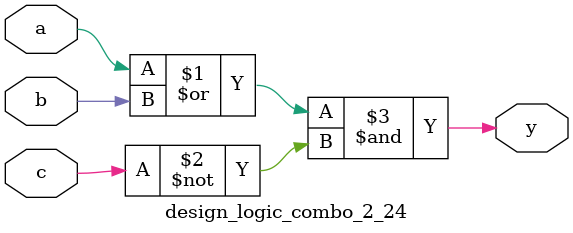
<source format=sv>
module design_logic_combo_2_24(input logic a,b,c, output logic y);
  assign y = (a | b) & (~c);
endmodule

</source>
